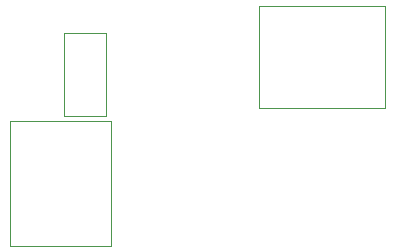
<source format=gbr>
G04 #@! TF.FileFunction,Other,User*
%FSLAX46Y46*%
G04 Gerber Fmt 4.6, Leading zero omitted, Abs format (unit mm)*
G04 Created by KiCad (PCBNEW 4.0.7) date 10/02/18 16:36:01*
%MOMM*%
%LPD*%
G01*
G04 APERTURE LIST*
%ADD10C,0.100000*%
%ADD11C,0.050000*%
G04 APERTURE END LIST*
D10*
D11*
X155780000Y-96100000D02*
X145180000Y-96100000D01*
X155780000Y-96100000D02*
X155780000Y-87520000D01*
X145180000Y-87520000D02*
X145180000Y-96100000D01*
X145180000Y-87520000D02*
X155780000Y-87520000D01*
X132610000Y-97190000D02*
X132610000Y-107790000D01*
X132610000Y-97190000D02*
X124030000Y-97190000D01*
X124030000Y-107790000D02*
X132610000Y-107790000D01*
X124030000Y-107790000D02*
X124030000Y-97190000D01*
X128670000Y-96810000D02*
X128670000Y-89810000D01*
X128670000Y-89810000D02*
X132170000Y-89810000D01*
X132170000Y-89810000D02*
X132170000Y-96810000D01*
X132170000Y-96810000D02*
X128670000Y-96810000D01*
M02*

</source>
